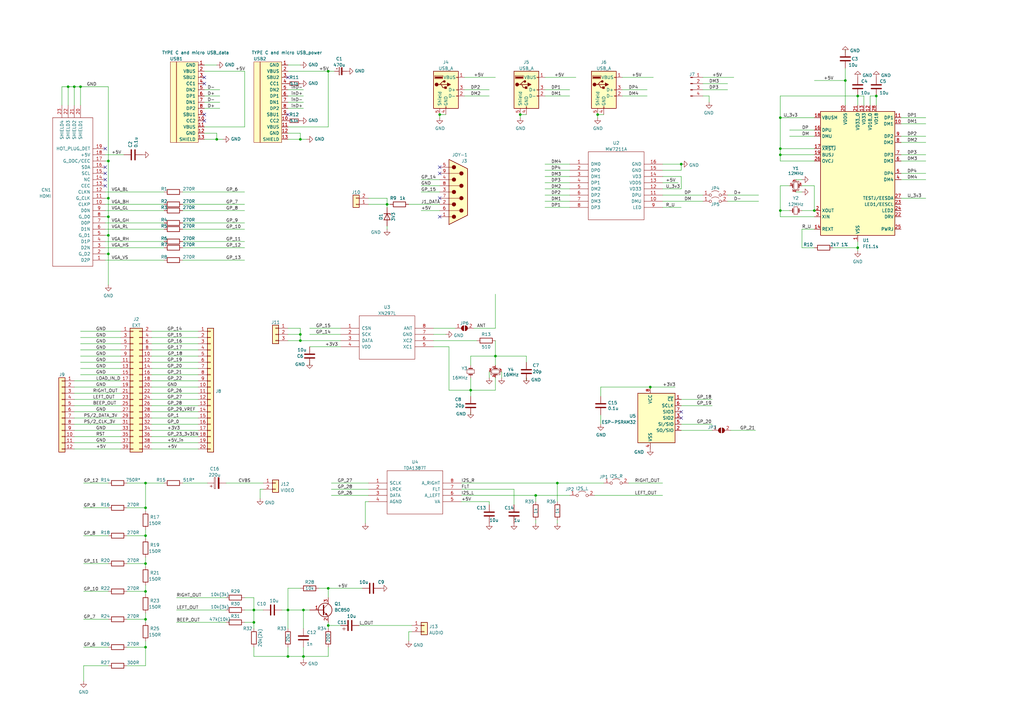
<source format=kicad_sch>
(kicad_sch (version 20211123) (generator eeschema)
  (paper "A3")
  (junction (at 346.71 33.02))
  (junction (at 134.62 29.21))
  (junction (at 193.04 160.02))
  (junction (at 59.69 242.57))
  (junction (at 219.71 203.2))
  (junction (at 134.62 256.54))
  (junction (at 320.04 63.5))
  (junction (at 203.2 146.05))
  (junction (at 118.11 269.24))
  (junction (at 27.94 35.56))
  (junction (at 33.02 35.56))
  (junction (at 44.45 96.52))
  (junction (at 180.34 46.99))
  (junction (at 123.19 139.7))
  (junction (at 334.01 86.36))
  (junction (at 245.11 46.99))
  (junction (at 320.04 86.36))
  (junction (at 44.45 66.04))
  (junction (at 124.46 250.19))
  (junction (at 351.79 39.37))
  (junction (at 320.04 48.26))
  (junction (at 59.69 219.71))
  (junction (at 320.04 60.96))
  (junction (at 59.69 254))
  (junction (at 59.69 198.12))
  (junction (at 228.6 198.12))
  (junction (at 213.36 46.99))
  (junction (at 30.48 35.56))
  (junction (at 59.69 265.43))
  (junction (at 134.62 241.3))
  (junction (at 88.9 57.15))
  (junction (at 118.11 250.19))
  (junction (at 266.7 158.75))
  (junction (at 44.45 88.9))
  (junction (at 44.45 81.28))
  (junction (at 279.4 67.31))
  (junction (at 104.14 250.19))
  (junction (at 104.14 255.27))
  (junction (at 123.19 57.15))
  (junction (at 158.75 83.82))
  (junction (at 59.69 208.28))
  (junction (at 124.46 269.24))
  (junction (at 351.79 101.6))
  (junction (at 59.69 231.14))
  (junction (at 359.41 39.37))
  (junction (at 44.45 104.14))
  (junction (at 123.19 137.16))
  (no_connect (at 180.34 68.58))
  (no_connect (at 118.11 31.75))
  (no_connect (at 83.82 49.53))
  (no_connect (at 279.4 171.45))
  (no_connect (at 279.4 168.91))
  (no_connect (at 180.34 81.28))
  (no_connect (at 180.34 88.9))
  (no_connect (at 180.34 71.12))
  (no_connect (at 43.18 73.66))
  (no_connect (at 43.18 76.2))
  (no_connect (at 43.18 60.96))
  (no_connect (at 43.18 68.58))
  (no_connect (at 43.18 71.12))
  (no_connect (at 118.11 46.99))
  (no_connect (at 83.82 46.99))
  (no_connect (at 83.82 31.75))
  (no_connect (at 83.82 34.29))
  (wire (pts (xy 334.01 33.02) (xy 346.71 33.02)))
  (wire (pts (xy 320.04 66.04) (xy 334.01 66.04)))
  (wire (pts (xy 118.11 241.3) (xy 123.19 241.3)))
  (wire (pts (xy 223.52 36.83) (xy 233.68 36.83)))
  (wire (pts (xy 223.52 74.93) (xy 233.68 74.93)))
  (wire (pts (xy 92.71 198.12) (xy 107.95 198.12)))
  (wire (pts (xy 223.52 67.31) (xy 233.68 67.31)))
  (wire (pts (xy 328.93 101.6) (xy 328.93 93.98)))
  (wire (pts (xy 279.4 72.39) (xy 271.78 72.39)))
  (wire (pts (xy 83.82 29.21) (xy 100.33 29.21)))
  (wire (pts (xy 369.57 48.26) (xy 379.73 48.26)))
  (wire (pts (xy 172.72 78.74) (xy 180.34 78.74)))
  (wire (pts (xy 72.39 250.19) (xy 92.71 250.19)))
  (wire (pts (xy 135.89 200.66) (xy 151.13 200.66)))
  (wire (pts (xy 72.39 245.11) (xy 92.71 245.11)))
  (wire (pts (xy 215.9 156.21) (xy 215.9 154.94)))
  (wire (pts (xy 74.93 91.44) (xy 100.33 91.44)))
  (wire (pts (xy 74.93 101.6) (xy 100.33 101.6)))
  (wire (pts (xy 44.45 96.52) (xy 44.45 104.14)))
  (wire (pts (xy 52.07 254) (xy 59.69 254)))
  (wire (pts (xy 134.62 241.3) (xy 148.59 241.3)))
  (wire (pts (xy 52.07 208.28) (xy 59.69 208.28)))
  (wire (pts (xy 118.11 57.15) (xy 123.19 57.15)))
  (wire (pts (xy 44.45 66.04) (xy 44.45 35.56)))
  (wire (pts (xy 62.23 176.53) (xy 81.28 176.53)))
  (wire (pts (xy 74.93 99.06) (xy 100.33 99.06)))
  (wire (pts (xy 167.64 83.82) (xy 180.34 83.82)))
  (wire (pts (xy 118.11 265.43) (xy 118.11 269.24)))
  (wire (pts (xy 172.72 76.2) (xy 180.34 76.2)))
  (wire (pts (xy 356.87 39.37) (xy 359.41 39.37)))
  (wire (pts (xy 83.82 41.91) (xy 90.17 41.91)))
  (wire (pts (xy 320.04 63.5) (xy 334.01 63.5)))
  (wire (pts (xy 223.52 39.37) (xy 233.68 39.37)))
  (wire (pts (xy 34.29 219.71) (xy 44.45 219.71)))
  (wire (pts (xy 62.23 140.97) (xy 81.28 140.97)))
  (wire (pts (xy 127 149.86) (xy 127 148.59)))
  (wire (pts (xy 243.84 203.2) (xy 271.78 203.2)))
  (wire (pts (xy 279.4 163.83) (xy 292.1 163.83)))
  (wire (pts (xy 62.23 135.89) (xy 81.28 135.89)))
  (wire (pts (xy 33.02 153.67) (xy 49.53 153.67)))
  (wire (pts (xy 33.02 148.59) (xy 49.53 148.59)))
  (wire (pts (xy 83.82 26.67) (xy 88.9 26.67)))
  (wire (pts (xy 83.82 44.45) (xy 90.17 44.45)))
  (wire (pts (xy 83.82 54.61) (xy 88.9 54.61)))
  (wire (pts (xy 279.4 69.85) (xy 279.4 67.31)))
  (wire (pts (xy 193.04 170.18) (xy 193.04 168.91)))
  (wire (pts (xy 100.33 52.07) (xy 83.82 52.07)))
  (wire (pts (xy 177.8 137.16) (xy 182.88 137.16)))
  (wire (pts (xy 59.69 251.46) (xy 59.69 254)))
  (wire (pts (xy 34.29 273.05) (xy 34.29 279.4)))
  (wire (pts (xy 34.29 242.57) (xy 44.45 242.57)))
  (wire (pts (xy 326.39 78.74) (xy 328.93 78.74)))
  (wire (pts (xy 59.69 240.03) (xy 59.69 242.57)))
  (wire (pts (xy 43.18 101.6) (xy 67.31 101.6)))
  (wire (pts (xy 279.4 67.31) (xy 271.78 67.31)))
  (wire (pts (xy 328.93 76.2) (xy 334.01 76.2)))
  (wire (pts (xy 134.62 241.3) (xy 134.62 245.11)))
  (wire (pts (xy 44.45 35.56) (xy 33.02 35.56)))
  (wire (pts (xy 115.57 250.19) (xy 118.11 250.19)))
  (wire (pts (xy 62.23 166.37) (xy 81.28 166.37)))
  (wire (pts (xy 106.68 200.66) (xy 106.68 204.47)))
  (wire (pts (xy 135.89 198.12) (xy 151.13 198.12)))
  (wire (pts (xy 369.57 66.04) (xy 379.73 66.04)))
  (wire (pts (xy 118.11 134.62) (xy 123.19 134.62)))
  (wire (pts (xy 44.45 273.05) (xy 34.29 273.05)))
  (wire (pts (xy 34.29 198.12) (xy 44.45 198.12)))
  (wire (pts (xy 30.48 166.37) (xy 49.53 166.37)))
  (wire (pts (xy 62.23 146.05) (xy 81.28 146.05)))
  (wire (pts (xy 44.45 81.28) (xy 44.45 88.9)))
  (wire (pts (xy 369.57 81.28) (xy 379.73 81.28)))
  (wire (pts (xy 44.45 88.9) (xy 44.45 96.52)))
  (wire (pts (xy 190.5 39.37) (xy 200.66 39.37)))
  (wire (pts (xy 59.69 198.12) (xy 67.31 198.12)))
  (wire (pts (xy 52.07 265.43) (xy 59.69 265.43)))
  (wire (pts (xy 298.45 82.55) (xy 311.15 82.55)))
  (wire (pts (xy 130.81 241.3) (xy 134.62 241.3)))
  (wire (pts (xy 100.33 29.21) (xy 100.33 52.07)))
  (wire (pts (xy 62.23 148.59) (xy 81.28 148.59)))
  (wire (pts (xy 369.57 63.5) (xy 379.73 63.5)))
  (wire (pts (xy 200.66 152.4) (xy 200.66 154.94)))
  (wire (pts (xy 290.83 39.37) (xy 290.83 41.91)))
  (wire (pts (xy 369.57 71.12) (xy 379.73 71.12)))
  (wire (pts (xy 320.04 48.26) (xy 320.04 60.96)))
  (wire (pts (xy 246.38 170.18) (xy 246.38 173.99)))
  (wire (pts (xy 123.19 54.61) (xy 123.19 57.15)))
  (wire (pts (xy 62.23 143.51) (xy 81.28 143.51)))
  (wire (pts (xy 271.78 69.85) (xy 279.4 69.85)))
  (wire (pts (xy 160.02 83.82) (xy 158.75 83.82)))
  (wire (pts (xy 369.57 50.8) (xy 379.73 50.8)))
  (wire (pts (xy 30.48 173.99) (xy 49.53 173.99)))
  (wire (pts (xy 30.48 179.07) (xy 49.53 179.07)))
  (wire (pts (xy 52.07 219.71) (xy 59.69 219.71)))
  (wire (pts (xy 205.74 152.4) (xy 205.74 154.94)))
  (wire (pts (xy 74.93 198.12) (xy 85.09 198.12)))
  (wire (pts (xy 354.33 43.18) (xy 354.33 39.37)))
  (wire (pts (xy 213.36 46.99) (xy 215.9 46.99)))
  (wire (pts (xy 189.23 200.66) (xy 210.82 200.66)))
  (wire (pts (xy 107.95 200.66) (xy 106.68 200.66)))
  (wire (pts (xy 213.36 46.99) (xy 213.36 48.26)))
  (wire (pts (xy 193.04 146.05) (xy 193.04 149.86)))
  (wire (pts (xy 88.9 54.61) (xy 88.9 57.15)))
  (wire (pts (xy 43.18 104.14) (xy 44.45 104.14)))
  (wire (pts (xy 266.7 158.75) (xy 276.86 158.75)))
  (wire (pts (xy 279.4 166.37) (xy 292.1 166.37)))
  (wire (pts (xy 118.11 26.67) (xy 123.19 26.67)))
  (wire (pts (xy 62.23 181.61) (xy 81.28 181.61)))
  (wire (pts (xy 43.18 78.74) (xy 67.31 78.74)))
  (wire (pts (xy 246.38 158.75) (xy 246.38 162.56)))
  (wire (pts (xy 158.75 83.82) (xy 158.75 85.09)))
  (wire (pts (xy 299.72 176.53) (xy 309.88 176.53)))
  (wire (pts (xy 30.48 35.56) (xy 30.48 43.18)))
  (wire (pts (xy 134.62 265.43) (xy 134.62 269.24)))
  (wire (pts (xy 33.02 35.56) (xy 33.02 43.18)))
  (wire (pts (xy 193.04 146.05) (xy 203.2 146.05)))
  (wire (pts (xy 118.11 41.91) (xy 124.46 41.91)))
  (wire (pts (xy 257.81 198.12) (xy 271.78 198.12)))
  (wire (pts (xy 210.82 200.66) (xy 210.82 207.01)))
  (wire (pts (xy 118.11 137.16) (xy 123.19 137.16)))
  (wire (pts (xy 30.48 171.45) (xy 49.53 171.45)))
  (wire (pts (xy 30.48 181.61) (xy 49.53 181.61)))
  (wire (pts (xy 100.33 255.27) (xy 104.14 255.27)))
  (wire (pts (xy 351.79 99.06) (xy 351.79 101.6)))
  (wire (pts (xy 33.02 135.89) (xy 49.53 135.89)))
  (wire (pts (xy 177.8 139.7) (xy 195.58 139.7)))
  (wire (pts (xy 33.02 140.97) (xy 49.53 140.97)))
  (wire (pts (xy 62.23 163.83) (xy 81.28 163.83)))
  (wire (pts (xy 52.07 242.57) (xy 59.69 242.57)))
  (wire (pts (xy 34.29 265.43) (xy 44.45 265.43)))
  (wire (pts (xy 30.48 176.53) (xy 49.53 176.53)))
  (wire (pts (xy 124.46 250.19) (xy 127 250.19)))
  (wire (pts (xy 62.23 184.15) (xy 81.28 184.15)))
  (wire (pts (xy 279.4 176.53) (xy 292.1 176.53)))
  (wire (pts (xy 134.62 256.54) (xy 134.62 257.81)))
  (wire (pts (xy 334.01 101.6) (xy 328.93 101.6)))
  (wire (pts (xy 27.94 35.56) (xy 27.94 43.18)))
  (wire (pts (xy 320.04 86.36) (xy 323.85 86.36)))
  (wire (pts (xy 123.19 139.7) (xy 139.7 139.7)))
  (wire (pts (xy 346.71 33.02) (xy 346.71 43.18)))
  (wire (pts (xy 127 137.16) (xy 139.7 137.16)))
  (wire (pts (xy 59.69 208.28) (xy 59.69 209.55)))
  (wire (pts (xy 323.85 55.88) (xy 334.01 55.88)))
  (wire (pts (xy 193.04 160.02) (xy 193.04 162.56)))
  (wire (pts (xy 30.48 158.75) (xy 49.53 158.75)))
  (wire (pts (xy 74.93 86.36) (xy 100.33 86.36)))
  (wire (pts (xy 223.52 72.39) (xy 233.68 72.39)))
  (wire (pts (xy 219.71 203.2) (xy 233.68 203.2)))
  (wire (pts (xy 74.93 106.68) (xy 100.33 106.68)))
  (wire (pts (xy 43.18 88.9) (xy 44.45 88.9)))
  (wire (pts (xy 359.41 39.37) (xy 359.41 43.18)))
  (wire (pts (xy 203.2 120.65) (xy 203.2 134.62)))
  (wire (pts (xy 320.04 60.96) (xy 334.01 60.96)))
  (wire (pts (xy 43.18 99.06) (xy 67.31 99.06)))
  (wire (pts (xy 118.11 54.61) (xy 123.19 54.61)))
  (wire (pts (xy 43.18 106.68) (xy 67.31 106.68)))
  (wire (pts (xy 52.07 231.14) (xy 59.69 231.14)))
  (wire (pts (xy 104.14 250.19) (xy 104.14 255.27)))
  (wire (pts (xy 228.6 198.12) (xy 228.6 205.74)))
  (wire (pts (xy 33.02 146.05) (xy 49.53 146.05)))
  (wire (pts (xy 62.23 138.43) (xy 81.28 138.43)))
  (wire (pts (xy 59.69 265.43) (xy 59.69 273.05)))
  (wire (pts (xy 279.4 77.47) (xy 279.4 72.39)))
  (wire (pts (xy 320.04 39.37) (xy 320.04 48.26)))
  (wire (pts (xy 271.78 77.47) (xy 279.4 77.47)))
  (wire (pts (xy 27.94 35.56) (xy 25.4 35.56)))
  (wire (pts (xy 245.11 46.99) (xy 247.65 46.99)))
  (wire (pts (xy 34.29 254) (xy 44.45 254)))
  (wire (pts (xy 62.23 158.75) (xy 81.28 158.75)))
  (wire (pts (xy 124.46 250.19) (xy 124.46 257.81)))
  (wire (pts (xy 228.6 198.12) (xy 247.65 198.12)))
  (wire (pts (xy 369.57 55.88) (xy 379.73 55.88)))
  (wire (pts (xy 104.14 255.27) (xy 104.14 257.81)))
  (wire (pts (xy 43.18 83.82) (xy 67.31 83.82)))
  (wire (pts (xy 62.23 156.21) (xy 81.28 156.21)))
  (wire (pts (xy 184.15 142.24) (xy 184.15 160.02)))
  (wire (pts (xy 328.93 93.98) (xy 334.01 93.98)))
  (wire (pts (xy 74.93 83.82) (xy 100.33 83.82)))
  (wire (pts (xy 83.82 36.83) (xy 90.17 36.83)))
  (wire (pts (xy 62.23 168.91) (xy 81.28 168.91)))
  (wire (pts (xy 255.27 39.37) (xy 265.43 39.37)))
  (wire (pts (xy 246.38 158.75) (xy 266.7 158.75)))
  (wire (pts (xy 43.18 93.98) (xy 67.31 93.98)))
  (wire (pts (xy 30.48 168.91) (xy 49.53 168.91)))
  (wire (pts (xy 52.07 198.12) (xy 59.69 198.12)))
  (wire (pts (xy 43.18 96.52) (xy 44.45 96.52)))
  (wire (pts (xy 215.9 148.59) (xy 215.9 146.05)))
  (wire (pts (xy 135.89 203.2) (xy 151.13 203.2)))
  (wire (pts (xy 104.14 250.19) (xy 107.95 250.19)))
  (wire (pts (xy 59.69 217.17) (xy 59.69 219.71)))
  (wire (pts (xy 223.52 80.01) (xy 233.68 80.01)))
  (wire (pts (xy 43.18 86.36) (xy 67.31 86.36)))
  (wire (pts (xy 30.48 163.83) (xy 49.53 163.83)))
  (wire (pts (xy 271.78 74.93) (xy 278.13 74.93)))
  (wire (pts (xy 43.18 91.44) (xy 67.31 91.44)))
  (wire (pts (xy 43.18 66.04) (xy 44.45 66.04)))
  (wire (pts (xy 158.75 92.71) (xy 158.75 93.98)))
  (wire (pts (xy 30.48 156.21) (xy 49.53 156.21)))
  (wire (pts (xy 158.75 81.28) (xy 158.75 83.82)))
  (wire (pts (xy 172.72 73.66) (xy 180.34 73.66)))
  (wire (pts (xy 74.93 93.98) (xy 100.33 93.98)))
  (wire (pts (xy 44.45 81.28) (xy 44.45 66.04)))
  (wire (pts (xy 62.23 179.07) (xy 81.28 179.07)))
  (wire (pts (xy 83.82 39.37) (xy 90.17 39.37)))
  (wire (pts (xy 328.93 86.36) (xy 334.01 86.36)))
  (wire (pts (xy 33.02 143.51) (xy 49.53 143.51)))
  (wire (pts (xy 320.04 60.96) (xy 320.04 63.5)))
  (wire (pts (xy 124.46 269.24) (xy 124.46 270.51)))
  (wire (pts (xy 34.29 208.28) (xy 44.45 208.28)))
  (wire (pts (xy 245.11 46.99) (xy 245.11 48.26)))
  (wire (pts (xy 123.19 134.62) (xy 123.19 137.16)))
  (wire (pts (xy 151.13 83.82) (xy 158.75 83.82)))
  (wire (pts (xy 189.23 198.12) (xy 228.6 198.12)))
  (wire (pts (xy 118.11 250.19) (xy 118.11 241.3)))
  (wire (pts (xy 149.86 205.74) (xy 149.86 214.63)))
  (wire (pts (xy 223.52 85.09) (xy 233.68 85.09)))
  (wire (pts (xy 223.52 69.85) (xy 233.68 69.85)))
  (wire (pts (xy 62.23 173.99) (xy 81.28 173.99)))
  (wire (pts (xy 123.19 137.16) (xy 123.19 139.7)))
  (wire (pts (xy 104.14 269.24) (xy 104.14 265.43)))
  (wire (pts (xy 118.11 36.83) (xy 124.46 36.83)))
  (wire (pts (xy 223.52 77.47) (xy 233.68 77.47)))
  (wire (pts (xy 30.48 161.29) (xy 49.53 161.29)))
  (wire (pts (xy 151.13 81.28) (xy 158.75 81.28)))
  (wire (pts (xy 43.18 63.5) (xy 50.8 63.5)))
  (wire (pts (xy 189.23 203.2) (xy 219.71 203.2)))
  (wire (pts (xy 351.79 39.37) (xy 320.04 39.37)))
  (wire (pts (xy 298.45 80.01) (xy 311.15 80.01)))
  (wire (pts (xy 134.62 255.27) (xy 134.62 256.54)))
  (wire (pts (xy 118.11 44.45) (xy 124.46 44.45)))
  (wire (pts (xy 59.69 273.05) (xy 52.07 273.05)))
  (wire (pts (xy 334.01 76.2) (xy 334.01 86.36)))
  (wire (pts (xy 193.04 160.02) (xy 203.2 160.02)))
  (wire (pts (xy 203.2 139.7) (xy 203.2 146.05)))
  (wire (pts (xy 168.91 259.08) (xy 167.64 259.08)))
  (wire (pts (xy 72.39 255.27) (xy 92.71 255.27)))
  (wire (pts (xy 134.62 52.07) (xy 118.11 52.07)))
  (wire (pts (xy 74.93 78.74) (xy 100.33 78.74)))
  (wire (pts (xy 100.33 245.11) (xy 104.14 245.11)))
  (wire (pts (xy 189.23 205.74) (xy 200.66 205.74)))
  (wire (pts (xy 180.34 46.99) (xy 182.88 46.99)))
  (wire (pts (xy 118.11 29.21) (xy 134.62 29.21)))
  (wire (pts (xy 59.69 254) (xy 59.69 255.27)))
  (wire (pts (xy 203.2 149.86) (xy 203.2 146.05)))
  (wire (pts (xy 194.31 134.62) (xy 203.2 134.62)))
  (wire (pts (xy 190.5 36.83) (xy 200.66 36.83)))
  (wire (pts (xy 118.11 39.37) (xy 124.46 39.37)))
  (wire (pts (xy 100.33 250.19) (xy 104.14 250.19)))
  (wire (pts (xy 334.01 88.9) (xy 320.04 88.9)))
  (wire (pts (xy 320.04 76.2) (xy 320.04 86.36)))
  (wire (pts (xy 351.79 39.37) (xy 351.79 43.18)))
  (wire (pts (xy 59.69 198.12) (xy 59.69 208.28)))
  (wire (pts (xy 172.72 86.36) (xy 180.34 86.36)))
  (wire (pts (xy 354.33 39.37) (xy 351.79 39.37)))
  (wire (pts (xy 83.82 57.15) (xy 88.9 57.15)))
  (wire (pts (xy 59.69 262.89) (xy 59.69 265.43)))
  (wire (pts (xy 147.32 256.54) (xy 168.91 256.54)))
  (wire (pts (xy 320.04 48.26) (xy 334.01 48.26)))
  (wire (pts (xy 167.64 259.08) (xy 167.64 262.89)))
  (wire (pts (xy 62.23 151.13) (xy 81.28 151.13)))
  (wire (pts (xy 123.19 57.15) (xy 125.73 57.15)))
  (wire (pts (xy 34.29 231.14) (xy 44.45 231.14)))
  (wire (pts (xy 59.69 231.14) (xy 59.69 232.41)))
  (wire (pts (xy 62.23 161.29) (xy 81.28 161.29)))
  (wire (pts (xy 118.11 250.19) (xy 124.46 250.19)))
  (wire (pts (xy 320.04 86.36) (xy 320.04 88.9)))
  (wire (pts (xy 184.15 160.02) (xy 193.04 160.02)))
  (wire (pts (xy 356.87 43.18) (xy 356.87 39.37)))
  (wire (pts (xy 271.78 80.01) (xy 288.29 80.01)))
  (wire (pts (xy 279.4 173.99) (xy 292.1 173.99)))
  (wire (pts (xy 151.13 205.74) (xy 149.86 205.74)))
  (wire (pts (xy 127 134.62) (xy 139.7 134.62)))
  (wire (pts (xy 59.69 242.57) (xy 59.69 243.84)))
  (wire (pts (xy 219.71 213.36) (xy 219.71 214.63)))
  (wire (pts (xy 200.66 205.74) (xy 200.66 207.01)))
  (wire (pts (xy 30.48 184.15) (xy 49.53 184.15)))
  (wire (pts (xy 177.8 142.24) (xy 184.15 142.24)))
  (wire (pts (xy 255.27 31.75) (xy 267.97 31.75)))
  (wire (pts (xy 288.29 34.29) (xy 298.45 34.29)))
  (wire (pts (xy 127 142.24) (xy 139.7 142.24)))
  (wire (pts (xy 33.02 35.56) (xy 30.48 35.56)))
  (wire (pts (xy 33.02 151.13) (xy 49.53 151.13)))
  (wire (pts (xy 88.9 57.15) (xy 91.44 57.15)))
  (wire (pts (xy 255.27 36.83) (xy 265.43 36.83)))
  (wire (pts (xy 271.78 85.09) (xy 279.4 85.09)))
  (wire (pts (xy 25.4 35.56) (xy 25.4 43.18)))
  (wire (pts (xy 219.71 203.2) (xy 219.71 205.74)))
  (wire (pts (xy 118.11 269.24) (xy 104.14 269.24)))
  (wire (pts (xy 62.23 153.67) (xy 81.28 153.67)))
  (wire (pts (xy 59.69 219.71) (xy 59.69 220.98)))
  (wire (pts (xy 223.52 31.75) (xy 236.22 31.75)))
  (wire (pts (xy 104.14 245.11) (xy 104.14 250.19)))
  (wire (pts (xy 215.9 146.05) (xy 203.2 146.05)))
  (wire (pts (xy 369.57 58.42) (xy 379.73 58.42)))
  (wire (pts (xy 44.45 104.14) (xy 44.45 116.84)))
  (wire (pts (xy 288.29 36.83) (xy 298.45 36.83)))
  (wire (pts (xy 180.34 46.99) (xy 180.34 48.26)))
  (wire (pts (xy 43.18 81.28) (xy 44.45 81.28)))
  (wire (pts (xy 134.62 269.24) (xy 124.46 269.24)))
  (wire (pts (xy 134.62 29.21) (xy 134.62 52.07)))
  (wire (pts (xy 341.63 101.6) (xy 351.79 101.6)))
  (wire (pts (xy 271.78 82.55) (xy 288.29 82.55)))
  (wire (pts (xy 346.71 27.94) (xy 346.71 33.02)))
  (wire (pts (xy 134.62 29.21) (xy 137.16 29.21)))
  (wire (pts (xy 288.29 39.37) (xy 290.83 39.37)))
  (wire (pts (xy 346.71 20.32) (xy 346.71 21.59)))
  (wire (pts (xy 223.52 82.55) (xy 233.68 82.55)))
  (wire (pts (xy 228.6 213.36) (xy 228.6 214.63)))
  (wire (pts (xy 134.62 256.54) (xy 139.7 256.54)))
  (wire (pts (xy 123.19 139.7) (xy 118.11 139.7)))
  (wire (pts (xy 323.85 76.2) (xy 320.04 76.2)))
  (wire (pts (xy 30.48 35.56) (xy 27.94 35.56)))
  (wire (pts (xy 177.8 134.62) (xy 186.69 134.62)))
  (wire (pts (xy 118.11 269.24) (xy 124.46 269.24)))
  (wire (pts (xy 369.57 73.66) (xy 379.73 73.66)))
  (wire (pts (xy 323.85 53.34) (xy 334.01 53.34)))
  (wire (pts (xy 62.23 171.45) (xy 81.28 171.45)))
  (wire (pts (xy 326.39 73.66) (xy 328.93 73.66)))
  (wire (pts (xy 193.04 154.94) (xy 193.04 160.02)))
  (wire (pts (xy 59.69 228.6) (xy 59.69 231.14)))
  (wire (pts (xy 288.29 31.75) (xy 300.99 31.75)))
  (wire (pts (xy 190.5 31.75) (xy 203.2 31.75)))
  (wire (pts (xy 33.02 138.43) (xy 49.53 138.43)))
  (wire (pts (xy 124.46 269.24) (xy 124.46 265.43)))
  (wire (pts (xy 118.11 257.81) (xy 118.11 250.19)))
  (wire (pts (xy 320.04 63.5) (xy 320.04 66.04)))
  (wire (pts (xy 203.2 154.94) (xy 203.2 160.02)))
  (wire (pts (xy 351.79 101.6) (xy 351.79 102.87)))
  (label "DM4" (at 372.11 73.66 0))
  (label "+5V" (at 337.82 33.02 0))
  (label "GND" (at 39.37 138.43 0))
  (label "LEFT_OUT" (at 38.1 163.83 0))
  (label "DP3" (at 372.11 63.5 0))
  (label "GP_12" (at 34.29 198.12 0))
  (label "+5V" (at 273.05 74.93 0))
  (label "GP_0" (at 68.585 173.99 0))
  (label "+5V" (at 39.37 184.15 0))
  (label "VGA_HS" (at 45.72 101.6 0))
  (label "GP_22" (at 68.58 156.21 0))
  (label "GP_13" (at 92.71 106.68 0))
  (label "DM4" (at 257.81 39.37 0))
  (label "GP_26" (at 138.43 203.2 0))
  (label "ANT" (at 195.58 134.62 0))
  (label "FLT" (at 189.23 200.66 0))
  (label "GND" (at 39.37 143.51 0))
  (label "+5V" (at 227.33 31.75 0))
  (label "GP_19" (at 285.75 166.37 0))
  (label "DP2" (at 226.06 80.01 0))
  (label "GP_15" (at 129.54 134.62 0))
  (label "RIGHT_OUT" (at 38.1 161.29 0))
  (label "GP_12" (at 92.71 101.6 0))
  (label "GND" (at 39.37 153.67 0))
  (label "+5V" (at 194.31 31.75 0))
  (label "D+" (at 85.09 44.45 0))
  (label "+5V" (at 292.1 31.75 0))
  (label "GND" (at 39.37 151.13 0))
  (label "GP_15" (at 172.72 78.74 0))
  (label "GND" (at 68.58 158.75 0))
  (label "GP_29_VREF" (at 68.58 168.91 0))
  (label "DP2" (at 193.04 36.83 0))
  (label "inD-" (at 119.38 36.83 0))
  (label "R_U" (at 328.93 93.98 0))
  (label "DP4" (at 372.11 71.12 0))
  (label "DM3" (at 226.06 72.39 0))
  (label "VGA_GL" (at 45.72 86.36 0))
  (label "CVBS" (at 97.79 198.12 0))
  (label "GP_9" (at 92.71 91.44 0))
  (label "GP_11" (at 92.71 99.06 0))
  (label "U_3v3" (at 273.05 77.47 0))
  (label "+3V3" (at 133.35 142.24 0))
  (label "DP3" (at 290.83 36.83 0))
  (label "DM1" (at 226.06 39.37 0))
  (label "+5V" (at 45.72 63.5 0))
  (label "DM1" (at 372.11 50.8 0))
  (label "D+" (at 300.99 80.01 0))
  (label "LEFT_OUT" (at 72.39 250.19 0))
  (label "DM1" (at 226.06 82.55 0))
  (label "RIGHT_OUT" (at 260.35 198.12 0))
  (label "L_OUT" (at 147.32 256.54 0))
  (label "GP_28" (at 138.43 200.66 0))
  (label "D+" (at 85.09 39.37 0))
  (label "GND" (at 39.37 158.75 0))
  (label "VGA_VS" (at 45.72 106.68 0))
  (label "LEFT_OUT" (at 260.35 203.2 0))
  (label "inD-" (at 119.38 41.91 0))
  (label "+3V3" (at 68.58 176.53 0))
  (label "DP" (at 328.93 53.34 0))
  (label "DP" (at 280.67 80.01 0))
  (label "GP_7" (at 34.29 254 0))
  (label "GND" (at 39.37 176.53 0))
  (label "VGA_RH" (at 45.72 99.06 0))
  (label "GP_10" (at 34.29 242.57 0))
  (label "DM" (at 328.93 55.88 0))
  (label "+5V" (at 96.52 29.21 0))
  (label "GND" (at 39.37 168.91 0))
  (label "+5V" (at 259.08 31.75 0))
  (label "GND" (at 35.56 35.56 0))
  (label "DM4" (at 226.06 67.31 0))
  (label "VGA_GH" (at 45.72 91.44 0))
  (label "I2S_L" (at 189.23 203.2 0))
  (label "GP_27" (at 138.43 198.12 0))
  (label "GP_14" (at 172.72 73.66 0))
  (label "GP_14" (at 68.58 135.89 0))
  (label "DP3" (at 226.06 74.93 0))
  (label "GP_8" (at 34.29 219.71 0))
  (label "GP_14" (at 129.54 137.16 0))
  (label "GP_15" (at 68.58 138.43 0))
  (label "GP_21" (at 303.53 176.53 0))
  (label "GP_21" (at 68.58 153.67 0))
  (label "DP1" (at 372.11 48.26 0))
  (label "+5V" (at 172.72 86.36 0))
  (label "DP4" (at 257.81 36.83 0))
  (label "GP_23_3v3EN" (at 68.58 179.07 0))
  (label "GP_20" (at 285.75 173.99 0))
  (label "GND" (at 39.37 140.97 0))
  (label "+5V" (at 189.23 205.74 0))
  (label "GP_6" (at 92.71 78.74 0))
  (label "GP_27" (at 68.58 163.83 0))
  (label "U_3v3" (at 321.31 48.26 0))
  (label "PS{slash}2_DATA_3V" (at 34.29 171.45 0))
  (label "DM2" (at 226.06 77.47 0))
  (label "DM2" (at 193.04 39.37 0))
  (label "J1_DATA" (at 172.72 83.82 0))
  (label "VGA_BH" (at 45.72 83.82 0))
  (label "RIGHT_OUT" (at 72.39 245.11 0))
  (label "GP_26" (at 68.58 161.29 0))
  (label "DP2" (at 372.11 55.88 0))
  (label "DM3" (at 290.83 34.29 0))
  (label "DM3" (at 372.11 66.04 0))
  (label "D-" (at 85.09 41.91 0))
  (label "DM2" (at 372.11 58.42 0))
  (label "GP_9" (at 34.29 208.28 0))
  (label "+5V_in" (at 68.58 181.61 0))
  (label "DP1" (at 226.06 36.83 0))
  (label "GP_8" (at 92.71 86.36 0))
  (label "DM" (at 280.67 82.55 0))
  (label "GND" (at 172.72 76.2 0))
  (label "GND" (at 39.37 181.61 0))
  (label "GND" (at 39.37 146.05 0))
  (label "+3V3" (at 271.78 158.75 0))
  (label "GP_17" (at 68.58 143.51 0))
  (label "RST" (at 39.37 179.07 0))
  (label "GP_19" (at 68.58 148.59 0))
  (label "+5V" (at 130.81 29.21 0))
  (label "GP_11" (at 34.29 231.14 0))
  (label "GND" (at 39.37 148.59 0))
  (label "inD+" (at 119.38 39.37 0))
  (label "DP1" (at 226.06 85.09 0))
  (label "GND" (at 39.37 135.89 0))
  (label "BEEP_OUT" (at 72.39 255.27 0))
  (label "I2S_R" (at 189.23 198.12 0))
  (label "D-" (at 300.99 82.55 0))
  (label "U_3v3" (at 372.11 81.28 0))
  (label "R_U" (at 273.05 85.09 0))
  (label "GP_18" (at 68.7228 146.05 0))
  (label "+5V" (at 138.43 241.3 0))
  (label "GP_20" (at 68.5648 151.13 0))
  (label "BEEP_OUT" (at 38.1 166.37 0))
  (label "VGA_RL" (at 45.72 93.98 0))
  (label "GP_6" (at 34.29 265.43 0))
  (label "DP4" (at 226.06 69.85 0))
  (label "LOAD_IN_D" (at 39.37 156.21 0))
  (label "GP_10" (at 92.71 93.98 0))
  (label "D-" (at 85.09 36.83 0))
  (label "GP_16" (at 68.6438 140.97 0))
  (label "GP_1" (at 68.58 171.45 0))
  (label "GP_18" (at 285.75 163.83 0))
  (label "inD+" (at 119.38 44.45 0))
  (label "GP_28" (at 68.58 166.37 0))
  (label "GP_7" (at 92.71 83.82 0))
  (label "VGA_BL" (at 45.72 78.74 0))
  (label "+5V" (at 68.58 184.15 0))
  (label "PS{slash}2_CLK_3V" (at 34.29 173.99 0))
  (symbol (lib_id "power:GND") (at 91.44 57.15 90) (unit 1)
    (property "Reference" "#PWR0101" (effects hide))
    (property "Value" "GND" (at 94.6912 57.023 90) (effects (justify right)))
  )
  (symbol (lib_id "Type-C:HRO-TYPE-C-31-M-12") (at 115.57 40.64 0) (unit 1)
    (property "Reference" "USB2" (at 109.22 24.13 0) (effects (justify right)))
    (property "Value" "TYPE C and micro USB_power" (at 132.08 21.59 0) (effects (justify right)))
    (property "Footprint" "LIBS:USB-TYPEC_MICRO_USBII" (effects hide))
    (property "LCSC" "C165948" (effects hide))
  )
  (symbol (lib_id "Device:R") (at 96.52 245.11 270) (unit 1)
    (property "Reference" "R29" (at 96.52 242.57 90))
    (property "Value" "10k(3k)" (at 90.17 243.84 90))
    (property "Footprint" "Resistor_SMD:R_0805_2012Metric_Pad1.20x1.40mm_HandSolder" (effects hide))
  )
  (symbol (lib_id "Device:C") (at 215.9 152.4 0) (mirror x) (unit 1)
    (property "Reference" "C7" (at 218.44 149.86 0) (effects (justify left)))
    (property "Value" "20p" (at 218.44 152.4 0) (effects (justify left)))
    (property "Footprint" "Capacitor_SMD:C_0805_2012Metric_Pad1.18x1.45mm_HandSolder" (effects hide))
  )
  (symbol (lib_id "Device:R") (at 228.6 209.55 180) (unit 1)
    (property "Reference" "R36" (at 226.06 205.74 0))
    (property "Value" "1k" (at 228.6 209.55 90))
    (property "Footprint" "Resistor_SMD:R_0805_2012Metric_Pad1.20x1.40mm_HandSolder" (effects hide))
  )
  (symbol (lib_id "Device:Crystal_GND24_Small") (at 203.2 152.4 270) (unit 1)
    (property "Reference" "Y4" (at 209.539 151.6249 90))
    (property "Value" "16MHz" (at 209.55 153.67 90))
    (property "Footprint" "LIBS:Crystal_SMD_0603-4Pin_6.0x3.5mm" (effects hide))
  )
  (symbol (lib_id "power:GND") (at 210.82 214.63 0) (unit 1)
    (property "Reference" "#PWR0126" (effects hide))
    (property "Value" "GND" (effects hide))
  )
  (symbol (lib_id "power:GND") (at 123.19 49.53 90) (unit 1)
    (property "Reference" "#PWR0105" (effects hide))
    (property "Value" "GND" (at 126.4412 49.403 90) (effects (justify right)))
  )
  (symbol (lib_id "power:GND") (at 200.66 214.63 0) (unit 1)
    (property "Reference" "#PWR0123" (effects hide))
    (property "Value" "GND" (effects hide))
  )
  (symbol (lib_id "Connector:Conn_01x04_Male") (at 283.21 34.29 0) (unit 1)
    (property "Reference" "J7" (at 283.845 30.511 0))
    (property "Value" "Conn_01x04_Male" (effects hide))
    (property "Footprint" "Connector_PinHeader_2.54mm:PinHeader_1x04_P2.54mm_Vertical" (effects hide))
  )
  (symbol (lib_id "Type-C:HRO-TYPE-C-31-M-12") (at 81.28 40.64 0) (unit 1)
    (property "Reference" "USB1" (at 74.93 24.13 0) (effects (justify right)))
    (property "Value" "TYPE C and micro USB_data" (at 93.98 21.59 0) (effects (justify right)))
    (property "Footprint" "LIBS:USB-TYPEC_MICRO_USBII" (effects hide))
    (property "LCSC" "C165948" (effects hide))
  )
  (symbol (lib_id "Device:R") (at 48.26 219.71 90) (unit 1)
    (property "Reference" "R18" (at 43.18 218.44 90))
    (property "Value" "270R" (at 54.61 218.44 90))
    (property "Footprint" "Resistor_SMD:R_0805_2012Metric_Pad1.20x1.40mm_HandSolder" (effects hide))
  )
  (symbol (lib_id "power:GND") (at 123.19 34.29 90) (unit 1)
    (property "Reference" "#PWR0109" (effects hide))
    (property "Value" "GND" (at 126.4412 34.163 90) (effects (justify right)))
  )
  (symbol (lib_id "power:GND") (at 58.42 63.5 90) (unit 1)
    (property "Reference" "#PWR0104" (effects hide))
    (property "Value" "GND" (effects hide))
  )
  (symbol (lib_id "Connector_Generic:Conn_01x02") (at 173.99 256.54 0) (unit 1)
    (property "Reference" "J13" (at 176.022 256.9753 0) (effects (justify left)))
    (property "Value" "AUDIO" (at 176.022 259.5122 0) (effects (justify left)))
    (property "Footprint" "LIBS:AV_MOD_III-8.4-5" (effects hide))
  )
  (symbol (lib_id "power:GND") (at 215.9 154.94 0) (mirror y) (unit 1)
    (property "Reference" "#PWR0122" (effects hide))
    (property "Value" "GND" (at 217.805 155.7762 0) (effects (justify right)))
  )
  (symbol (lib_id "Device:C") (at 193.04 166.37 180) (unit 1)
    (property "Reference" "C8" (at 189.23 163.83 0) (effects (justify left)))
    (property "Value" "20p" (at 190.5 166.37 0) (effects (justify left)))
    (property "Footprint" "Capacitor_SMD:C_0805_2012Metric_Pad1.18x1.45mm_HandSolder" (effects hide))
  )
  (symbol (lib_id "power:GND") (at 149.86 214.63 0) (unit 1)
    (property "Reference" "#PWR0129" (effects hide))
    (property "Value" "GND" (effects hide))
  )
  (symbol (lib_id "Device:R") (at 96.52 250.19 270) (unit 1)
    (property "Reference" "R30" (at 96.52 247.65 90))
    (property "Value" "10k(3k)" (at 90.17 248.92 90))
    (property "Footprint" "Resistor_SMD:R_0805_2012Metric_Pad1.20x1.40mm_HandSolder" (effects hide))
  )
  (symbol (lib_id "power:GND") (at 228.6 214.63 0) (unit 1)
    (property "Reference" "#PWR0130" (effects hide))
    (property "Value" "GND" (effects hide))
  )
  (symbol (lib_id "Device:R") (at 104.14 261.62 180) (unit 1)
    (property "Reference" "R32" (at 101.6 257.81 0))
    (property "Value" "20k(2k)" (at 106.68 261.62 90))
    (property "Footprint" "Resistor_SMD:R_0805_2012Metric_Pad1.20x1.40mm_HandSolder" (effects hide))
  )
  (symbol (lib_id "Device:C") (at 200.66 210.82 180) (unit 1)
    (property "Reference" "C13" (at 199.39 208.28 0) (effects (justify left)))
    (property "Value" "10u" (at 204.47 213.36 0) (effects (justify left)))
    (property "Footprint" "Capacitor_SMD:C_0805_2012Metric_Pad1.18x1.45mm_HandSolder" (effects hide))
  )
  (symbol (lib_id "Device:R") (at 59.69 224.79 180) (unit 1)
    (property "Reference" "R19" (at 63.5 223.52 0))
    (property "Value" "150R" (at 63.5 226.06 0))
    (property "Footprint" "Resistor_SMD:R_0805_2012Metric_Pad1.20x1.40mm_HandSolder" (effects hide))
  )
  (symbol (lib_id "Device:R") (at 337.82 101.6 90) (unit 1)
    (property "Reference" "R10" (at 331.47 100.33 90))
    (property "Value" "2k7 1%" (at 344.17 100.33 90))
    (property "Footprint" "Resistor_SMD:R_0805_2012Metric_Pad1.20x1.40mm_HandSolder" (effects hide))
  )
  (symbol (lib_id "Jumper:SolderJumper_2_Open") (at 190.5 134.62 0) (unit 1)
    (property "Reference" "JP6" (at 190.5 132.5682 0))
    (property "Value" "SolderJumper_2_Open" (effects hide))
    (property "Footprint" "Jumper:SolderJumper-2_P1.3mm_Open_RoundedPad1.0x1.5mm" (effects hide))
  )
  (symbol (lib_id "power:GND") (at 205.74 154.94 0) (unit 1)
    (property "Reference" "#PWR0121" (effects hide))
    (property "Value" "GND" (effects hide))
  )
  (symbol (lib_id "power:GND") (at 158.75 93.98 0) (unit 1)
    (property "Reference" "#PWR0108" (effects hide))
    (property "Value" "GND" (at 156.21 95.25 0) (effects (justify right)))
  )
  (symbol (lib_id "Device:R") (at 118.11 261.62 180) (unit 1)
    (property "Reference" "R33" (at 115.57 257.81 0))
    (property "Value" "20к" (at 118.11 261.62 90))
    (property "Footprint" "Resistor_SMD:R_0805_2012Metric_Pad1.20x1.40mm_HandSolder" (effects hide))
  )
  (symbol (lib_id "Device:R") (at 48.26 231.14 90) (unit 1)
    (property "Reference" "R20" (at 43.18 229.87 90))
    (property "Value" "270R" (at 54.61 229.87 90))
    (property "Footprint" "Resistor_SMD:R_0805_2012Metric_Pad1.20x1.40mm_HandSolder" (effects hide))
  )
  (symbol (lib_name "C_2") (lib_id "Device:C") (at 143.51 256.54 90) (unit 1)
    (property "Reference" "C11" (at 142.24 255.27 90) (effects (justify left)))
    (property "Value" "10u" (at 146.05 252.73 90) (effects (justify left)))
    (property "Footprint" "Capacitor_THT:CP_Radial_D5.0mm_P2.50mm" (effects hide))
  )
  (symbol (lib_id "power:GND") (at 34.29 279.4 0) (unit 1)
    (property "Reference" "#PWR07" (effects hide))
    (property "Value" "GND" (at 34.29 283.8434 0))
  )
  (symbol (lib_id "Device:R") (at 71.12 93.98 90) (unit 1)
    (property "Reference" "R5" (at 67.31 92.71 90))
    (property "Value" "270R" (at 77.47 92.71 90))
    (property "Footprint" "LIBS:R_0805_PLUS" (effects hide))
  )
  (symbol (lib_id "Device:R") (at 96.52 255.27 270) (unit 1)
    (property "Reference" "R31" (at 96.52 252.73 90))
    (property "Value" "47k(10k)" (at 90.17 254 90))
    (property "Footprint" "Resistor_SMD:R_0805_2012Metric_Pad1.20x1.40mm_HandSolder" (effects hide))
  )
  (symbol (lib_id "Device:C") (at 346.71 24.13 0) (unit 1)
    (property "Reference" "C3" (at 349.25 24.13 0) (effects (justify left)))
    (property "Value" "10u" (at 347.98 26.67 0) (effects (justify left)))
    (property "Footprint" "Capacitor_SMD:C_0805_2012Metric_Pad1.18x1.45mm_HandSolder" (effects hide))
  )
  (symbol (lib_id "Device:R") (at 59.69 247.65 180) (unit 1)
    (property "Reference" "R23" (at 63.5 246.38 0))
    (property "Value" "150R" (at 63.5 248.92 0))
    (property "Footprint" "Resistor_SMD:R_0805_2012Metric_Pad1.20x1.40mm_HandSolder" (effects hide))
  )
  (symbol (lib_id "Device:R") (at 71.12 106.68 90) (unit 1)
    (property "Reference" "R8" (at 67.31 105.41 90))
    (property "Value" "270R" (at 77.47 105.41 90))
    (property "Footprint" "LIBS:R_0805_PLUS" (effects hide))
  )
  (symbol (lib_id "Device:R") (at 71.12 101.6 90) (unit 1)
    (property "Reference" "R7" (at 67.31 100.33 90))
    (property "Value" "270R" (at 77.47 100.33 90))
    (property "Footprint" "LIBS:R_0805_PLUS" (effects hide))
  )
  (symbol (lib_id "TDA1387T:TDA1387T") (at 170.18 201.93 0) (unit 1)
    (property "Reference" "U4" (at 170.18 189.4672 0))
    (property "Value" "TDA1387T" (at 170.18 192.0041 0))
    (property "Footprint" "Package_SO:SO-8_5.3x6.2mm_P1.27mm" (effects hide))
    (property "Datasheet" "DOCUMENTATION" (effects hide))
  )
  (symbol (lib_id "Device:C") (at 351.79 35.56 0) (unit 1)
    (property "Reference" "C4" (at 353.1778 33.3327 0) (effects (justify left)))
    (property "Value" "10u" (at 353.06 38.1 0) (effects (justify left)))
    (property "Footprint" "Capacitor_SMD:C_0805_2012Metric_Pad1.18x1.45mm_HandSolder" (effects hide))
  )
  (symbol (lib_id "Connector:USB_A") (at 182.88 36.83 0) (unit 1)
    (property "Reference" "J4" (at 182.88 25.5102 0))
    (property "Value" "USB_A" (at 182.88 28.0471 0))
    (property "Footprint" "Connector_USB:USB_A_CONNFLY_DS1095-WNR0" (effects hide))
    (property "Datasheet" " ~" (effects hide))
  )
  (symbol (lib_id "Device:R") (at 48.26 273.05 90) (unit 1)
    (property "Reference" "R27" (at 43.18 271.78 90))
    (property "Value" "300R" (at 54.61 271.78 90))
    (property "Footprint" "Resistor_SMD:R_0805_2012Metric_Pad1.20x1.40mm_HandSolder" (effects hide))
  )
  (symbol (lib_id "Connector_Generic:Conn_01x02") (at 146.05 83.82 180) (unit 1)
    (property "Reference" "J10" (at 146.05 78.8472 0))
    (property "Value" "Conn_01x02" (effects hide))
    (property "Footprint" "Connector_PinHeader_2.54mm:PinHeader_1x02_P2.54mm_Vertical" (effects hide))
  )
  (symbol (lib_id "Device:R") (at 71.12 78.74 90) (unit 1)
    (property "Reference" "R1" (at 67.31 77.47 90))
    (property "Value" "270R" (at 77.47 77.47 90))
    (property "Footprint" "LIBS:R_0805_PLUS" (effects hide))
  )
  (symbol (lib_id "Device:C_Polarized_Small") (at 139.7 29.21 90) (mirror x) (unit 1)
    (property "Reference" "C1" (at 139.1539 24.1132 90))
    (property "Value" "470u" (at 139.1539 26.6501 90))
    (property "Footprint" "Capacitor_THT:CP_Radial_D5.0mm_P2.50mm" (effects hide))
  )
  (symbol (lib_id "Memory_RAM:ESP-PSRAM32") (at 269.24 171.45 0) (unit 1)
    (property "Reference" "U5" (at 260.8581 170.6153 0) (effects (justify right)))
    (property "Value" "ESP-PSRAM32" (at 260.8581 173.1522 0) (effects (justify right)))
    (property "Footprint" "Package_SO:SO-8_5.3x6.2mm_P1.27mm" (effects hide))
    (property "Datasheet" "https://www.espressif.com/sites/default/files/documentation/esp-psram32_datasheet_en.pdf" (effects hide))
  )
  (symbol (lib_id "Device:R") (at 134.62 261.62 180) (unit 1)
    (property "Reference" "R34" (at 132.08 257.81 0))
    (property "Value" "200" (at 134.62 261.62 90))
    (property "Footprint" "Resistor_SMD:R_0805_2012Metric_Pad1.20x1.40mm_HandSolder" (effects hide))
  )
  (symbol (lib_id "power:GND") (at 44.45 116.84 0) (unit 1)
    (property "Reference" "#PWR02" (effects hide))
    (property "Value" "GND" (at 44.45 121.2834 0))
  )
  (symbol (lib_id "Device:R") (at 71.12 99.06 90) (unit 1)
    (property "Reference" "R6" (at 67.31 97.79 90))
    (property "Value" "270R" (at 77.47 97.79 90))
    (property "Footprint" "LIBS:R_0805_PLUS" (effects hide))
  )
  (symbol (lib_id "power:GND") (at 167.64 262.89 0) (unit 1)
    (property "Reference" "#PWR01" (effects hide))
    (property "Value" "GND" (at 169.545 264.5938 0) (effects (justify left)))
  )
  (symbol (lib_id "XN297L:XN297L") (at 158.75 138.43 0) (unit 1)
    (property "Reference" "U3" (at 158.75 125.9672 0))
    (property "Value" "XN297L" (at 158.75 128.5041 0))
    (property "Footprint" "Package_SO:SO-8_5.3x6.2mm_P1.27mm" (effects hide))
    (property "Datasheet" "DOCUMENTATION" (effects hide))
  )
  (symbol (lib_id "Device:R") (at 48.26 242.57 90) (unit 1)
    (property "Reference" "R22" (at 43.18 241.3 90))
    (property "Value" "270R" (at 54.61 241.3 90))
    (property "Footprint" "Resistor_SMD:R_0805_2012Metric_Pad1.20x1.40mm_HandSolder" (effects hide))
  )
  (symbol (lib_id "power:GND") (at 266.7 184.15 0) (unit 1)
    (property "Reference" "#PWR0124" (effects hide))
    (property "Value" "GND" (at 264.16 185.42 0) (effects (justify right)))
  )
  (symbol (lib_id "Transistor_BJT:BC850") (at 132.08 250.19 0) (unit 1)
    (property "Reference" "Q1" (at 137.16 247.65 0) (effects (justify left)))
    (property "Value" "BC850" (at 137.16 250.19 0) (effects (justify left)))
    (property "Footprint" "Package_TO_SOT_SMD:SOT-23" (effects hide))
    (property "Datasheet" "http://www.infineon.com/dgdl/Infineon-BC847SERIES_BC848SERIES_BC849SERIES_BC850SERIES-DS-v01_01-en.pdf?fileId=db3a304314dca389011541d4630a1657" (effects hide))
  )
  (symbol (lib_id "Device:R") (at 71.12 86.36 90) (unit 1)
    (property "Reference" "R3" (at 67.31 85.09 90))
    (property "Value" "270R" (at 77.47 85.09 90))
    (property "Footprint" "LIBS:R_0805_PLUS" (effects hide))
  )
  (symbol (lib_id "Device:R") (at 59.69 259.08 180) (unit 1)
    (property "Reference" "R25" (at 63.5 257.81 0))
    (property "Value" "150R" (at 63.5 260.35 0))
    (property "Footprint" "Resistor_SMD:R_0805_2012Metric_Pad1.20x1.40mm_HandSolder" (effects hide))
  )
  (symbol (lib_id "Interface_USB:FE1.1s") (at 351.79 71.12 0) (unit 1)
    (property "Reference" "U1" (at 353.8094 98.5504 0) (effects (justify left)))
    (property "Value" "FE1.1s" (at 353.8094 101.0873 0) (effects (justify left)))
    (property "Footprint" "Package_SO:SSOP-28_3.9x9.9mm_P0.635mm" (effects hide))
    (property "Datasheet" "https://cdn-shop.adafruit.com/product-files/2991/FE1.1s+Data+Sheet+(Rev.+1.0).pdf" (effects hide))
  )
  (symbol (lib_id "Device:R") (at 71.12 198.12 90) (unit 1)
    (property "Reference" "R15" (at 66.04 196.85 90))
    (property "Value" "51R*" (at 77.47 196.85 90))
    (property "Footprint" "Resistor_SMD:R_0805_2012Metric_Pad1.20x1.40mm_HandSolder" (effects hide))
  )
  (symbol (lib_id "Connector_Generic:Conn_01x20") (at 86.36 158.75 0) (unit 1)
    (property "Reference" "J8" (at 88.392 160.4538 0) (effects (justify left)))
    (property "Value" "Conn_01x20" (effects hide))
    (property "Footprint" "Connector_PinHeader_2.54mm:PinHeader_1x20_P2.54mm_Vertical" (effects hide))
  )
  (symbol (lib_id "power:GND") (at 142.24 29.21 90) (unit 1)
    (property "Reference" "#PWR0136" (effects hide))
    (property "Value" "GND" (at 145.4912 29.083 90) (effects (justify right)))
  )
  (symbol (lib_id "Device:Crystal_Small") (at 326.39 86.36 0) (unit 1)
    (property "Reference" "Y2" (at 326.39 81.2632 0))
    (property "Value" "12MHz" (at 326.39 83.8001 0))
    (property "Footprint" "Crystal:Crystal_HC49-4H_Vertical" (effects hide))
  )
  (symbol (lib_id "Device:R") (at 48.26 198.12 90) (unit 1)
    (property "Reference" "R14" (at 43.18 196.85 90))
    (property "Value" "750R*" (at 54.61 196.85 90))
    (property "Footprint" "Resistor_SMD:R_0805_2012Metric_Pad1.20x1.40mm_HandSolder" (effects hide))
  )
  (symbol (lib_id "Device:R") (at 219.71 209.55 180) (unit 1)
    (property "Reference" "R35" (at 217.17 205.74 0))
    (property "Value" "1k" (at 219.71 209.55 90))
    (property "Footprint" "Resistor_SMD:R_0805_2012Metric_Pad1.20x1.40mm_HandSolder" (effects hide))
  )
  (symbol (lib_id "Device:R") (at 48.26 265.43 90) (unit 1)
    (property "Reference" "R26" (at 43.18 264.16 90))
    (property "Value" "270R" (at 54.61 264.16 90))
    (property "Footprint" "Resistor_SMD:R_0805_2012Metric_Pad1.20x1.40mm_HandSolder" (effects hide))
  )
  (symbol (lib_id "power:GND") (at 182.88 137.16 90) (unit 1)
    (property "Reference" "#PWR0119" (effects hide))
    (property "Value" "GND" (at 186.055 137.5938 90) (effects (justify right)))
  )
  (symbol (lib_id "Device:C") (at 54.61 63.5 90) (unit 1)
    (property "Reference" "C2" (at 53.4416 60.579 0) (effects (justify left)))
    (property "Value" "0.1u" (at 55.753 60.579 0) (effects (justify left)))
    (property "Footprint" "LIBS:R_0805_PLUS" (effects hide))
  )
  (symbol (lib_id "Device:R") (at 71.12 83.82 90) (unit 1)
    (property "Reference" "R2" (at 67.31 82.55 90))
    (property "Value" "270R" (at 77.47 82.55 90))
    (property "Footprint" "LIBS:R_0805_PLUS" (effects hide))
  )
  (symbol (lib_id "Connector_Generic:Conn_01x03") (at 113.03 137.16 0) (mirror y) (unit 1)
    (property "Reference" "J11" (at 113.03 132.1872 0))
    (property "Value" "Conn_01x03" (effects hide))
    (property "Footprint" "Connector_PinHeader_2.54mm:PinHeader_1x03_P2.54mm_Vertical" (effects hide))
  )
  (symbol (lib_id "Connector:USB_A") (at 215.9 36.83 0) (unit 1)
    (property "Reference" "J5" (at 215.9 25.5102 0))
    (property "Value" "USB_A" (at 215.9 28.0471 0))
    (property "Footprint" "Connector_USB:USB_A_CONNFLY_DS1095-WNR0" (effects hide))
    (property "Datasheet" " ~" (effects hide))
  )
  (symbol (lib_id "Jumper:Jumper_2_Open") (at 293.37 80.01 0) (unit 1)
    (property "Reference" "JP4" (at 293.37 77.1962 0))
    (property "Value" "Jumper_2_Open" (effects hide))
    (property "Footprint" "LIBS:PinHeader_1x02_P2.54mm_Vertical" (effects hide))
  )
  (symbol (lib_id "power:GND") (at 246.38 173.99 0) (unit 1)
    (property "Reference" "#PWR0125" (effects hide))
    (property "Value" "GND" (at 246.507 178.3842 0))
  )
  (symbol (lib_id "Device:C") (at 246.38 166.37 0) (unit 1)
    (property "Reference" "C15" (at 249.301 165.2016 0) (effects (justify left)))
    (property "Value" "0.1u" (at 249.301 167.513 0) (effects (justify left)))
    (property "Footprint" "Capacitor_SMD:C_0805_2012Metric_Pad1.18x1.45mm_HandSolder" (effects hide))
  )
  (symbol (lib_id "Device:D_Zener") (at 158.75 88.9 270) (unit 1)
    (property "Reference" "D1" (at 156.21 88.9 0))
    (property "Value" "3V3" (at 161.29 88.9 0))
    (property "Footprint" "LIBS:R_0805_PLUS" (effects hide))
  )
  (symbol (lib_id "power:GND") (at 351.79 102.87 0) (unit 1)
    (property "Reference" "#PWR0102" (effects hide))
    (property "Value" "GND" (at 351.79 107.3134 0))
  )
  (symbol (lib_id "power:GND") (at 127 148.59 0) (unit 1)
    (property "Reference" "#PWR0117" (effects hide))
    (property "Value" "GND" (at 125.095 149.4262 0) (effects (justify right)))
  )
  (symbol (lib_id "Device:C") (at 359.41 35.56 0) (unit 1)
    (property "Reference" "C5" (at 360.7978 33.3327 0) (effects (justify left)))
    (property "Value" "10u" (at 360.68 38.1 0) (effects (justify left)))
    (property "Footprint" "Capacitor_SMD:C_0805_2012Metric_Pad1.18x1.45mm_HandSolder" (effects hide))
  )
  (symbol (lib_id "power:GND") (at 125.73 57.15 90) (unit 1)
    (property "Reference" "#PWR0103" (effects hide))
    (property "Value" "GND" (at 128.9812 57.023 90) (effects (justify right)))
  )
  (symbol (lib_id "Connector_Generic:Conn_01x12") (at 25.4 168.91 0) (mirror y) (unit 1)
    (property "Reference" "J9" (at 25.4 153.67 0))
    (property "Value" "Conn_01x12" (effects hide))
    (property "Footprint" "Connector_PinHeader_2.54mm:PinHeader_1x12_P2.54mm_Vertical" (effects hide))
  )
  (symbol (lib_id "power:GND") (at 123.19 26.67 90) (unit 1)
    (property "Reference" "#PWR0111" (effects hide))
    (property "Value" "GND" (at 126.4412 26.543 90) (effects (justify right)))
  )
  (symbol (lib_id "power:GND") (at 328.93 73.66 90) (unit 1)
    (property "Reference" "#PWR0116" (effects hide))
    (property "Value" "GND" (effects hide))
  )
  (symbol (lib_id "Device:C") (at 124.46 261.62 0) (unit 1)
    (property "Reference" "C12" (at 125.8478 259.3927 0) (effects (justify left)))
    (property "Value" "1n" (at 125.73 264.16 0) (effects (justify left)))
    (property "Footprint" "Capacitor_SMD:C_0805_2012Metric_Pad1.18x1.45mm_HandSolder" (effects hide))
  )
  (symbol (lib_id "Connector_Generic:Conn_02x20_Odd_Even") (at 54.61 158.75 0) (unit 1)
    (property "Reference" "J2" (at 55.88 130.9202 0))
    (property "Value" "EXT" (at 55.88 133.4571 0))
    (property "Footprint" "Connector_PinHeader_2.54mm:PinHeader_2x20_P2.54mm_Vertical" (effects hide))
  )
  (symbol (lib_id "Device:R") (at 199.39 139.7 90) (unit 1)
    (property "Reference" "R13" (at 199.39 137.16 90))
    (property "Value" "510" (at 199.39 142.24 90))
    (property "Footprint" "Resistor_SMD:R_0805_2012Metric_Pad1.20x1.40mm_HandSolder" (effects hide))
  )
  (symbol (lib_id "Device:R_Small") (at 120.65 49.53 270) (unit 1)
    (property "Reference" "R12" (at 120.65 46.99 90))
    (property "Value" "5.1k" (at 120.65 49.53 90) (effects (font (size 1 1))))
    (property "Footprint" "Resistor_SMD:R_0805_2012Metric_Pad1.20x1.40mm_HandSolder" (effects hide))
    (property "LCSC" " " (effects hide))
  )
  (symbol (lib_id "power:GND") (at 351.79 31.75 180) (unit 1)
    (property "Reference" "#PWR0113" (effects hide))
    (property "Value" "GND" (at 353.695 30.9138 0) (effects (justify right)))
  )
  (symbol (lib_id "power:GND") (at 346.71 21.59 180) (unit 1)
    (property "Reference" "#PWR0114" (effects hide))
    (property "Value" "GND" (at 348.615 20.7538 0) (effects (justify right)))
  )
  (symbol (lib_id "power:GND") (at 124.46 270.51 0) (unit 1)
    (property "Reference" "#PWR0127" (effects hide))
    (property "Value" "GND" (at 126.365 272.2138 0) (effects (justify left)))
  )
  (symbol (lib_name "Jumper_2_Open_1") (lib_id "Jumper:Jumper_2_Open") (at 252.73 198.12 0) (unit 1)
    (property "Reference" "JP1" (at 247.65 195.58 0))
    (property "Value" "I2S_R" (at 252.73 195.3061 0))
    (property "Footprint" "LIBS:PinHeader_1x02_P2.54mm_Vertical" (effects hide))
  )
  (symbol (lib_id "Jumper:Jumper_2_Open") (at 293.37 82.55 0) (unit 1)
    (property "Reference" "JP5" (at 293.37 83.82 0))
    (property "Value" "Jumper_2_Open" (effects hide))
    (property "Footprint" "LIBS:PinHeader_1x02_P2.54mm_Vertical" (effects hide))
  )
  (symbol (lib_id "Device:R") (at 59.69 236.22 180) (unit 1)
    (property "Reference" "R21" (at 63.5 234.95 0))
    (property "Value" "150R" (at 63.5 237.49 0))
    (property "Footprint" "Resistor_SMD:R_0805_2012Metric_Pad1.20x1.40mm_HandSolder" (effects hide))
  )
  (symbol (lib_id "Device:Crystal_GND24_Small") (at 326.39 76.2 0) (unit 1)
    (property "Reference" "Y1" (at 326.379 69.0749 0))
    (property "Value" "12MHz" (at 326.39 71.12 0))
    (property "Footprint" "LIBS:Crystal_SMD_0603-4Pin_6.0x3.5mm" (effects hide))
  )
  (symbol (lib_id "power:GND") (at 88.9 26.67 90) (unit 1)
    (property "Reference" "#PWR0106" (effects hide))
    (property "Value" "GND" (at 92.1512 26.543 90) (effects (justify right)))
  )
  (symbol (lib_id "power:GND") (at 219.71 214.63 0) (unit 1)
    (property "Reference" "#PWR0131" (effects hide))
    (property "Value" "GND" (effects hide))
  )
  (symbol (lib_id "power:GND") (at 193.04 168.91 0) (unit 1)
    (property "Reference" "#PWR0120" (effects hide))
    (property "Value" "GND" (at 191.135 169.7462 0) (effects (justify right)))
  )
  (symbol (lib_id "Connector:USB_A") (at 247.65 36.83 0) (unit 1)
    (property "Reference" "J6" (at 247.65 25.5102 0))
    (property "Value" "USB_A" (at 247.65 28.0471 0))
    (property "Footprint" "Connector_USB:USB_A_CONNFLY_DS1095-WNR0" (effects hide))
    (property "Datasheet" " ~" (effects hide))
  )
  (symbol (lib_id "Device:C") (at 127 146.05 180) (unit 1)
    (property "Reference" "C6" (at 124.46 146.05 0) (effects (justify left)))
    (property "Value" "10u" (at 125.73 143.51 0) (effects (justify left)))
    (property "Footprint" "Capacitor_SMD:C_0805_2012Metric_Pad1.18x1.45mm_HandSolder" (effects hide))
  )
  (symbol (lib_id "Device:R") (at 48.26 254 90) (unit 1)
    (property "Reference" "R24" (at 43.18 252.73 90))
    (property "Value" "270R" (at 54.61 252.73 90))
    (property "Footprint" "Resistor_SMD:R_0805_2012Metric_Pad1.20x1.40mm_HandSolder" (effects hide))
  )
  (symbol (lib_id "Device:C") (at 111.76 250.19 90) (unit 1)
    (property "Reference" "C10" (at 109.22 247.65 90) (effects (justify left)))
    (property "Value" "10u" (at 114.3 246.38 90) (effects (justify left)))
    (property "Footprint" "Capacitor_SMD:C_0805_2012Metric_Pad1.18x1.45mm_HandSolder" (effects hide))
  )
  (symbol (lib_id "power:GND") (at 245.11 48.26 0) (unit 1)
    (property "Reference" "#PWR04" (effects hide))
    (property "Value" "GND" (at 245.237 52.6542 0))
  )
  (symbol (lib_id "Device:R") (at 163.83 83.82 90) (unit 1)
    (property "Reference" "R9" (at 161.29 81.28 90))
    (property "Value" "1k" (at 165.1 81.28 90))
    (property "Footprint" "Resistor_SMD:R_0805_2012Metric_Pad1.20x1.40mm_HandSolder" (effects hide))
  )
  (symbol (lib_id "power:GND") (at 279.4 67.31 90) (unit 1)
    (property "Reference" "#PWR0107" (effects hide))
    (property "Value" "GND" (at 282.575 67.7438 90) (effects (justify right)))
  )
  (symbol (lib_id "Jumper:SolderJumper_2_Open") (at 295.91 176.53 0) (unit 1)
    (property "Reference" "JP3" (at 292.1 175.26 0))
    (property "Value" "B_J" (effects hide))
    (property "Footprint" "Jumper:SolderJumper-2_P1.3mm_Open_RoundedPad1.0x1.5mm" (effects hide))
  )
  (symbol (lib_id "Device:C_Polarized") (at 88.9 198.12 90) (unit 1)
    (property "Reference" "C16" (at 88.011 192.2612 90))
    (property "Value" "220u" (at 88.011 194.7981 90))
    (property "Footprint" "Capacitor_THT:CP_Radial_D5.0mm_P2.50mm" (effects hide))
  )
  (symbol (lib_id "MW7211A:MW7211A") (at 252.73 76.2 0) (unit 1)
    (property "Reference" "U2" (at 252.73 58.6572 0))
    (property "Value" "MW7211A" (at 252.73 61.1941 0))
    (property "Footprint" "Package_SO:SO-16_5.3x10.2mm_P1.27mm" (effects hide))
    (property "Datasheet" "DOCUMENTATION" (effects hide))
  )
  (symbol (lib_id "Device:R") (at 48.26 208.28 90) (unit 1)
    (property "Reference" "R16" (at 43.18 207.01 90))
    (property "Value" "270R" (at 54.61 207.01 90))
    (property "Footprint" "Resistor_SMD:R_0805_2012Metric_Pad1.20x1.40mm_HandSolder" (effects hide))
  )
  (symbol (lib_id "Device:R_Small") (at 120.65 34.29 270) (unit 1)
    (property "Reference" "R11" (at 120.65 31.75 90))
    (property "Value" "5.1k" (at 120.65 34.29 90) (effects (font (size 1 1))))
    (property "Footprint" "Resistor_SMD:R_0805_2012Metric_Pad1.20x1.40mm_HandSolder" (effects hide))
    (property "LCSC" " " (effects hide))
  )
  (symbol (lib_id "Device:Crystal_Small") (at 193.04 152.4 270) (unit 1)
    (property "Reference" "Y3" (at 189.23 151.13 90) (effects (justify left)))
    (property "Value" "16MHz" (at 185.42 154.94 90) (effects (justify left)))
    (property "Footprint" "Crystal:Crystal_HC49-4H_Vertical" (effects hide))
  )
  (symbol (lib_id "Connector:DB9_Male") (at 187.96 78.74 0) (unit 1)
    (property "Reference" "J3" (at 189.23 66.04 0) (effects (justify left)))
    (property "Value" "JOY-1" (at 185.42 63.5 0) (effects (justify left)))
    (property "Footprint" "Connector_Dsub:DSUB-9_Male_EdgeMount_P2.77mm" (effects hide))
    (property "Datasheet" " ~" (effects hide))
  )
  (symbol (lib_id "Device:R") (at 71.12 91.44 90) (unit 1)
    (property "Reference" "R4" (at 67.31 90.17 90))
    (property "Value" "270R" (at 77.47 90.17 90))
    (property "Footprint" "LIBS:R_0805_PLUS" (effects hide))
  )
  (symbol (lib_id "power:GND") (at 213.36 48.26 0) (unit 1)
    (property "Reference" "#PWR03" (effects hide))
    (property "Value" "GND" (at 213.487 52.6542 0))
  )
  (symbol (lib_id "power:GND") (at 156.21 241.3 90) (unit 1)
    (property "Reference" "#PWR0128" (effects hide))
    (property "Value" "GND" (effects hide))
  )
  (symbol (lib_id "power:GND") (at 106.68 204.47 0) (unit 1)
    (property "Reference" "#PWR06" (effects hide))
    (property "Value" "GND" (at 108.585 206.1738 0) (effects (justify left)))
  )
  (symbol (lib_id "power:GND") (at 200.66 154.94 0) (unit 1)
    (property "Reference" "#PWR0118" (effects hide))
    (property "Value" "GND" (effects hide))
  )
  (symbol (lib_name "Jumper_2_Open_1") (lib_id "Jumper:Jumper_2_Open") (at 238.76 203.2 0) (unit 1)
    (property "Reference" "JP2" (at 233.68 200.66 0))
    (property "Value" "I2S_L" (at 238.76 200.3861 0))
    (property "Footprint" "LIBS:PinHeader_1x02_P2.54mm_Vertical" (effects hide))
  )
  (symbol (lib_id "Device:C") (at 210.82 210.82 180) (unit 1)
    (property "Reference" "C14" (at 210.82 208.28 0) (effects (justify left)))
    (property "Value" "1u" (at 213.36 213.36 0) (effects (justify left)))
    (property "Footprint" "Capacitor_SMD:C_0805_2012Metric_Pad1.18x1.45mm_HandSolder" (effects hide))
  )
  (symbol (lib_id "R40:HDMI") (at 33.02 93.98 180) (unit 1)
    (property "Reference" "CN1" (at 20.9551 77.9053 0) (effects (justify left)))
    (property "Value" "HDMI" (at 20.9551 80.4422 0) (effects (justify left)))
    (property "Footprint" "LIBS:HDMI" (effects hide))
  )
  (symbol (lib_id "Connector_Generic:Conn_01x02") (at 113.03 198.12 0) (unit 1)
    (property "Reference" "J12" (at 115.062 198.5553 0) (effects (justify left)))
    (property "Value" "VIDEO" (at 115.062 201.0922 0) (effects (justify left)))
    (property "Footprint" "LIBS:AV_MOD_III-8.4-5" (effects hide))
  )
  (symbol (lib_id "Device:R") (at 59.69 213.36 180) (unit 1)
    (property "Reference" "R17" (at 63.5 212.09 0))
    (property "Value" "150R" (at 63.5 214.63 0))
    (property "Footprint" "Resistor_SMD:R_0805_2012Metric_Pad1.20x1.40mm_HandSolder" (effects hide))
  )
  (symbol (lib_id "power:GND") (at 359.41 31.75 180) (unit 1)
    (property "Reference" "#PWR0112" (effects hide))
    (property "Value" "GND" (at 361.315 30.9138 0) (effects (justify right)))
  )
  (symbol (lib_id "power:GND") (at 328.93 78.74 90) (unit 1)
    (property "Reference" "#PWR0115" (effects hide))
    (property "Value" "GND" (effects hide))
  )
  (symbol (lib_id "Device:C") (at 152.4 241.3 270) (unit 1)
    (property "Reference" "C9" (at 154.94 238.76 90) (effects (justify left)))
    (property "Value" "10u" (at 147.32 238.76 90) (effects (justify left)))
    (property "Footprint" "Capacitor_SMD:C_0805_2012Metric_Pad1.18x1.45mm_HandSolder" (effects hide))
  )
  (symbol (lib_id "power:GND") (at 180.34 48.26 0) (unit 1)
    (property "Reference" "#PWR0110" (effects hide))
    (property "Value" "GND" (at 180.467 52.6542 0))
  )
  (symbol (lib_id "power:GND") (at 290.83 41.91 0) (mirror y) (unit 1)
    (property "Reference" "#PWR05" (effects hide))
    (property "Value" "GND" (at 290.703 46.3042 0))
  )
  (symbol (lib_id "Device:R") (at 127 241.3 270) (unit 1)
    (property "Reference" "R28" (at 127 238.76 90))
    (property "Value" "10k" (at 127 241.3 90))
    (property "Footprint" "Resistor_SMD:R_0805_2012Metric_Pad1.20x1.40mm_HandSolder" (effects hide))
  )
)
</source>
